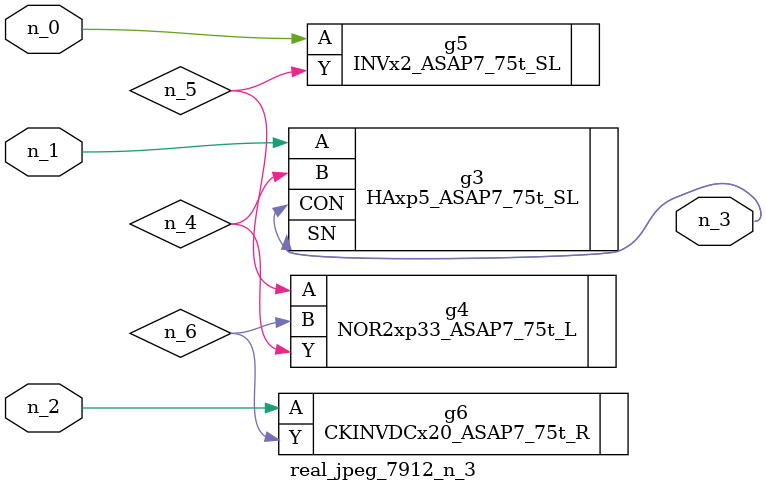
<source format=v>
module real_jpeg_7912_n_3 (n_1, n_0, n_2, n_3);

input n_1;
input n_0;
input n_2;

output n_3;

wire n_5;
wire n_4;
wire n_6;

INVx2_ASAP7_75t_SL g5 ( 
.A(n_0),
.Y(n_5)
);

HAxp5_ASAP7_75t_SL g3 ( 
.A(n_1),
.B(n_4),
.CON(n_3),
.SN(n_3)
);

CKINVDCx20_ASAP7_75t_R g6 ( 
.A(n_2),
.Y(n_6)
);

NOR2xp33_ASAP7_75t_L g4 ( 
.A(n_5),
.B(n_6),
.Y(n_4)
);


endmodule
</source>
